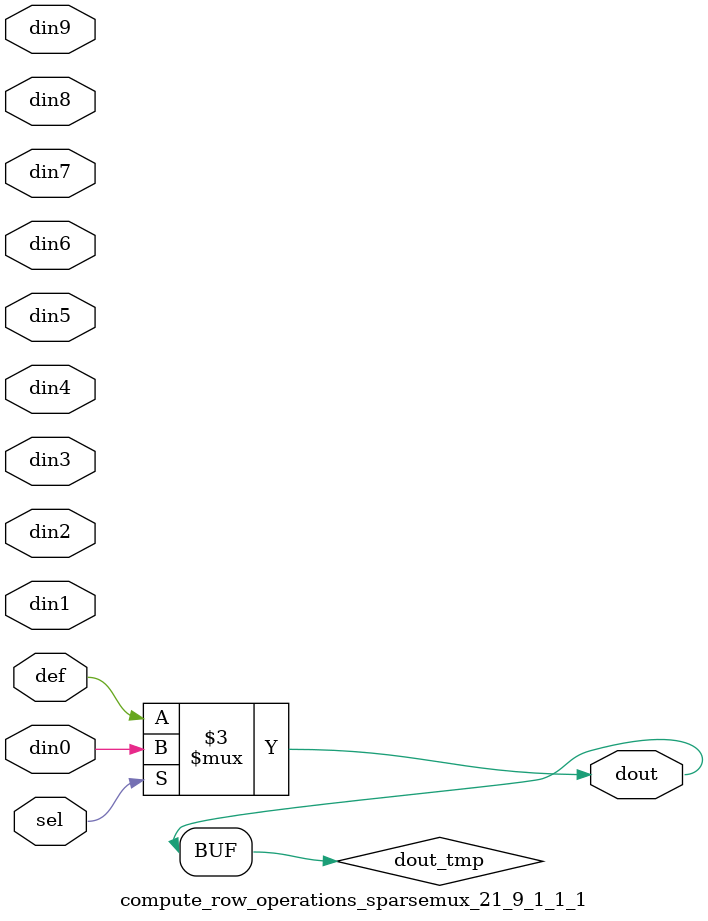
<source format=v>
`timescale 1ns / 1ps

module compute_row_operations_sparsemux_21_9_1_1_1 (din0,din1,din2,din3,din4,din5,din6,din7,din8,din9,def,sel,dout);

parameter din0_WIDTH = 1;

parameter din1_WIDTH = 1;

parameter din2_WIDTH = 1;

parameter din3_WIDTH = 1;

parameter din4_WIDTH = 1;

parameter din5_WIDTH = 1;

parameter din6_WIDTH = 1;

parameter din7_WIDTH = 1;

parameter din8_WIDTH = 1;

parameter din9_WIDTH = 1;

parameter def_WIDTH = 1;
parameter sel_WIDTH = 1;
parameter dout_WIDTH = 1;

parameter [sel_WIDTH-1:0] CASE0 = 1;

parameter [sel_WIDTH-1:0] CASE1 = 1;

parameter [sel_WIDTH-1:0] CASE2 = 1;

parameter [sel_WIDTH-1:0] CASE3 = 1;

parameter [sel_WIDTH-1:0] CASE4 = 1;

parameter [sel_WIDTH-1:0] CASE5 = 1;

parameter [sel_WIDTH-1:0] CASE6 = 1;

parameter [sel_WIDTH-1:0] CASE7 = 1;

parameter [sel_WIDTH-1:0] CASE8 = 1;

parameter [sel_WIDTH-1:0] CASE9 = 1;

parameter ID = 1;
parameter NUM_STAGE = 1;



input [din0_WIDTH-1:0] din0;

input [din1_WIDTH-1:0] din1;

input [din2_WIDTH-1:0] din2;

input [din3_WIDTH-1:0] din3;

input [din4_WIDTH-1:0] din4;

input [din5_WIDTH-1:0] din5;

input [din6_WIDTH-1:0] din6;

input [din7_WIDTH-1:0] din7;

input [din8_WIDTH-1:0] din8;

input [din9_WIDTH-1:0] din9;

input [def_WIDTH-1:0] def;
input [sel_WIDTH-1:0] sel;

output [dout_WIDTH-1:0] dout;



reg [dout_WIDTH-1:0] dout_tmp;


always @ (*) begin
(* parallel_case *) case (sel)
    
    CASE0 : dout_tmp = din0;
    
    CASE1 : dout_tmp = din1;
    
    CASE2 : dout_tmp = din2;
    
    CASE3 : dout_tmp = din3;
    
    CASE4 : dout_tmp = din4;
    
    CASE5 : dout_tmp = din5;
    
    CASE6 : dout_tmp = din6;
    
    CASE7 : dout_tmp = din7;
    
    CASE8 : dout_tmp = din8;
    
    CASE9 : dout_tmp = din9;
    
    default : dout_tmp = def;
endcase
end


assign dout = dout_tmp;



endmodule

</source>
